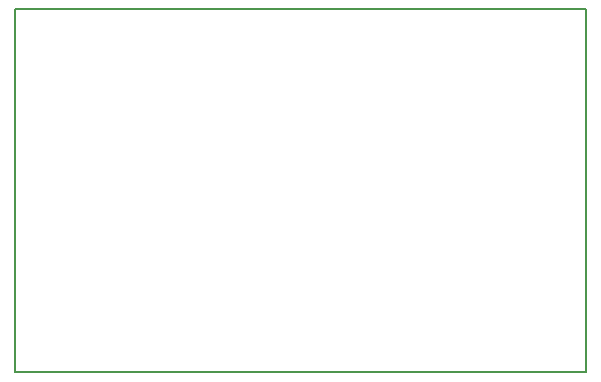
<source format=gm1>
G04 #@! TF.FileFunction,Profile,NP*
%FSLAX46Y46*%
G04 Gerber Fmt 4.6, Leading zero omitted, Abs format (unit mm)*
G04 Created by KiCad (PCBNEW 4.0.1-stable) date Tisdag 26 Januari 2016 09:48:20*
%MOMM*%
G01*
G04 APERTURE LIST*
%ADD10C,0.100000*%
%ADD11C,0.150000*%
G04 APERTURE END LIST*
D10*
D11*
X186300000Y-129200000D02*
X186300000Y-98500000D01*
X138000000Y-98500000D02*
X186300000Y-98500000D01*
X138000000Y-129200000D02*
X138000000Y-98500000D01*
X138000000Y-129200000D02*
X186300000Y-129200000D01*
M02*

</source>
